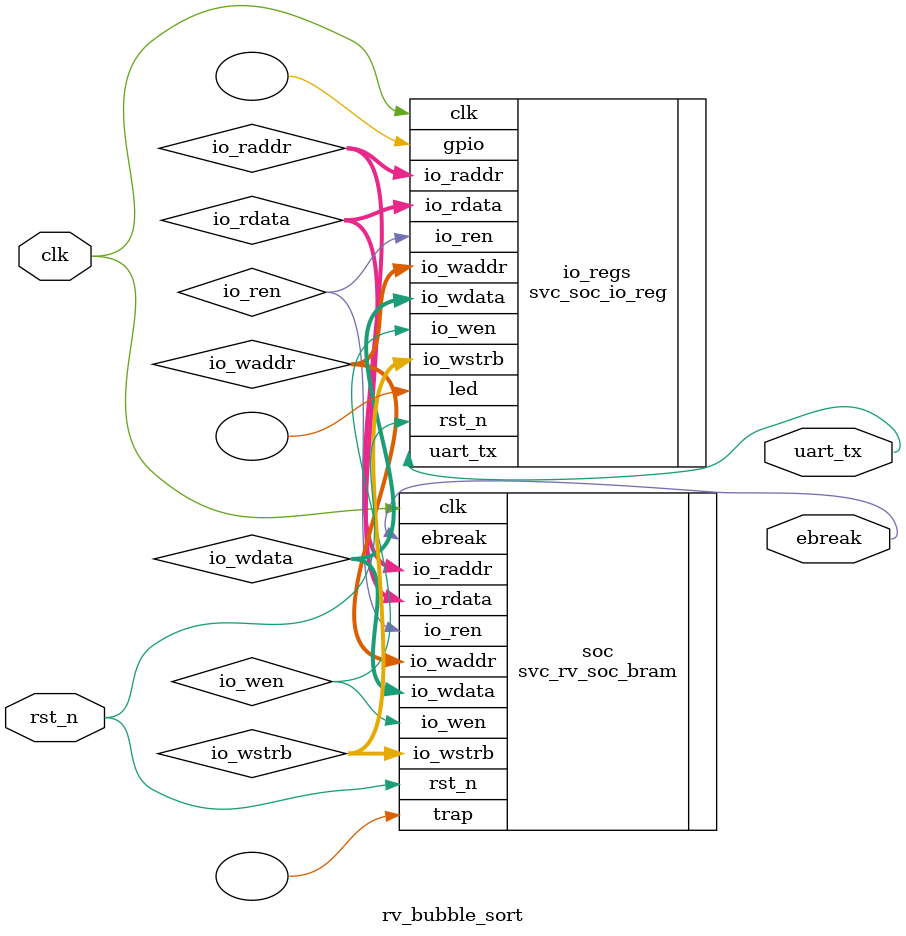
<source format=sv>
`ifndef RV_BUBBLE_SORT_SV
`define RV_BUBBLE_SORT_SV

`include "svc.sv"
`include "svc_rv_soc_bram.sv"
`include "svc_soc_io_reg.sv"

module rv_bubble_sort #(
    parameter CLOCK_FREQ = 25_000_000,
    parameter BAUD_RATE  = 115_200
) (
    input logic clk,
    input logic rst_n,

    output logic uart_tx,
    output logic ebreak
);

  //
  // SoC I/O signals
  //
  logic        io_ren;
  logic [31:0] io_raddr;
  logic [31:0] io_rdata;
  logic        io_wen;
  logic [31:0] io_waddr;
  logic [31:0] io_wdata;
  logic [ 3:0] io_wstrb;

  //
  // Instantiate the RISC-V SoC with bubble_sort program
  //
  // Note: Both IMEM and DMEM initialized with same hex file
  // This allows program to access data from DMEM
  //
  svc_rv_soc_bram #(
      .XLEN       (32),
      .IMEM_DEPTH (4096),
      .DMEM_DEPTH (1024),
      .PIPELINED  (1),
      .FWD_REGFILE(1),
      .FWD        (1),
      .BPRED      (1),
      .PC_REG     (0),
      .IMEM_INIT  (".build/sw/rv32i/bubble_sort/bubble_sort.hex"),
      .DMEM_INIT  (".build/sw/rv32i/bubble_sort/bubble_sort.hex")
  ) soc (
      .clk     (clk),
      .rst_n   (rst_n),
      .io_ren  (io_ren),
      .io_raddr(io_raddr),
      .io_rdata(io_rdata),
      .io_wen  (io_wen),
      .io_waddr(io_waddr),
      .io_wdata(io_wdata),
      .io_wstrb(io_wstrb),
      .ebreak  (ebreak),
      .trap    ()
  );

  //
  // Instantiate the I/O register bank with UART
  //
  svc_soc_io_reg #(
      .CLOCK_FREQ(CLOCK_FREQ),
      .BAUD_RATE (BAUD_RATE),
      .MEM_TYPE  (1)
  ) io_regs (
      .clk     (clk),
      .rst_n   (rst_n),
      .io_wen  (io_wen),
      .io_waddr(io_waddr),
      .io_wdata(io_wdata),
      .io_wstrb(io_wstrb),
      .io_ren  (io_ren),
      .io_raddr(io_raddr),
      .io_rdata(io_rdata),
      .led     (),
      .gpio    (),
      .uart_tx (uart_tx)
  );


endmodule

`endif

</source>
